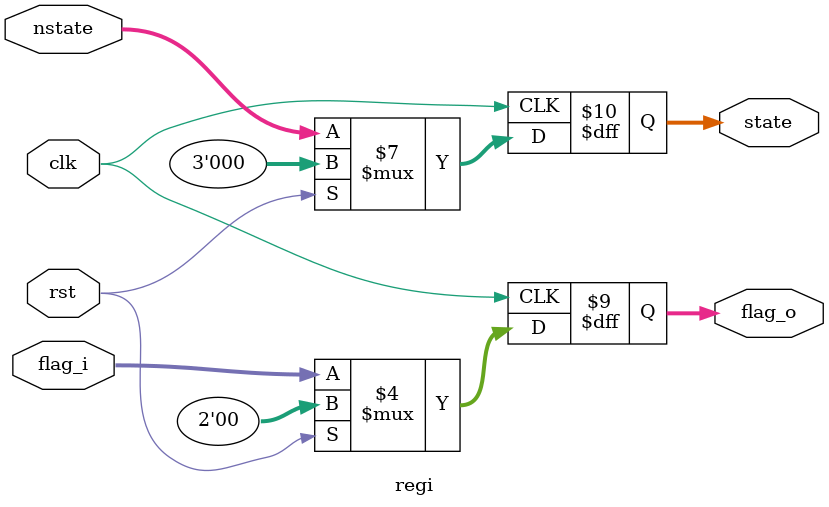
<source format=v>
module regi

(
    input            clk,
    input            rst,
    input      [2:0] nstate,
    input      [1:0] flag_i,
    output reg [2:0] state,
    output reg [1:0] flag_o          
);

always @(negedge clk)
    begin
        if(rst)
        state <= 0;
        else
        state <= nstate;
    end

always @(negedge clk)
    begin
        if(rst)
        flag_o <= 0;
        else
        flag_o <= flag_i;
    end
        
endmodule

</source>
